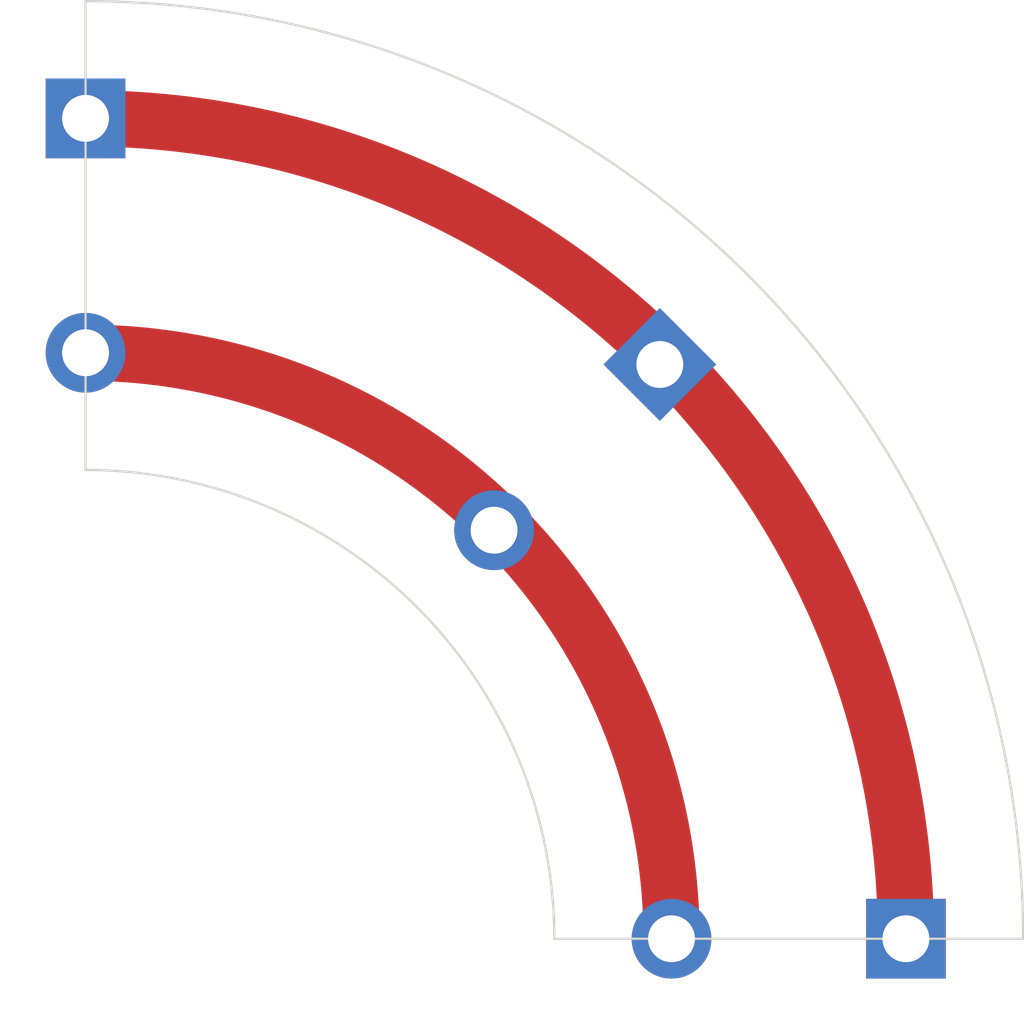
<source format=kicad_pcb>
(kicad_pcb (version 20171130) (host pcbnew "(5.1.2)-1")

  (general
    (thickness 1.6)
    (drawings 6)
    (tracks 0)
    (zones 0)
    (modules 3)
    (nets 3)
  )

  (page A4)
  (layers
    (0 F.Cu signal)
    (31 B.Cu signal)
    (32 B.Adhes user)
    (33 F.Adhes user)
    (34 B.Paste user)
    (35 F.Paste user)
    (36 B.SilkS user)
    (37 F.SilkS user)
    (38 B.Mask user)
    (39 F.Mask user hide)
    (40 Dwgs.User user)
    (41 Cmts.User user)
    (42 Eco1.User user)
    (43 Eco2.User user)
    (44 Edge.Cuts user)
    (45 Margin user)
    (46 B.CrtYd user)
    (47 F.CrtYd user)
    (48 B.Fab user)
    (49 F.Fab user)
  )

  (setup
    (last_trace_width 0.25)
    (user_trace_width 1.2)
    (trace_clearance 0.2)
    (zone_clearance 0.508)
    (zone_45_only yes)
    (trace_min 0.2)
    (via_size 0.8)
    (via_drill 0.4)
    (via_min_size 0.4)
    (via_min_drill 0.3)
    (uvia_size 0.3)
    (uvia_drill 0.1)
    (uvias_allowed no)
    (uvia_min_size 0.2)
    (uvia_min_drill 0.1)
    (edge_width 0.05)
    (segment_width 0.2)
    (pcb_text_width 0.3)
    (pcb_text_size 1.5 1.5)
    (mod_edge_width 0.12)
    (mod_text_size 1 1)
    (mod_text_width 0.15)
    (pad_size 1.524 1.524)
    (pad_drill 0.762)
    (pad_to_mask_clearance 0.051)
    (solder_mask_min_width 0.25)
    (aux_axis_origin 100 150)
    (visible_elements 7FFFFFFF)
    (pcbplotparams
      (layerselection 0x010f0_ffffffff)
      (usegerberextensions true)
      (usegerberattributes false)
      (usegerberadvancedattributes false)
      (creategerberjobfile false)
      (excludeedgelayer true)
      (linewidth 0.100000)
      (plotframeref false)
      (viasonmask false)
      (mode 1)
      (useauxorigin true)
      (hpglpennumber 1)
      (hpglpenspeed 20)
      (hpglpendiameter 15.000000)
      (psnegative false)
      (psa4output false)
      (plotreference false)
      (plotvalue false)
      (plotinvisibletext false)
      (padsonsilk false)
      (subtractmaskfromsilk true)
      (outputformat 1)
      (mirror false)
      (drillshape 0)
      (scaleselection 1)
      (outputdirectory "gerbers/"))
  )

  (net 0 "")
  (net 1 "Net-(J1-Pad2)")
  (net 2 "Net-(J1-Pad1)")

  (net_class Default "This is the default net class."
    (clearance 0.2)
    (trace_width 0.25)
    (via_dia 0.8)
    (via_drill 0.4)
    (uvia_dia 0.3)
    (uvia_drill 0.1)
    (add_net "Net-(J1-Pad1)")
    (add_net "Net-(J1-Pad2)")
  )

  (module 2lane_power_arc_2cm:PinHeader_1x02_P2.54mm_Vertical (layer F.Cu) (tedit 5DD3711F) (tstamp 5DD371A7)
    (at 112.25 137.75 315)
    (descr "Through hole straight pin header, 1x02, 2.54mm pitch, single row")
    (tags "Through hole pin header THT 1x02 2.54mm single row")
    (path /5DD379D4)
    (fp_text reference J2 (at 0 -2.33 135) (layer F.SilkS) hide
      (effects (font (size 1 1) (thickness 0.15)))
    )
    (fp_text value C (at 0 4.87 135) (layer F.Fab)
      (effects (font (size 1 1) (thickness 0.15)))
    )
    (fp_line (start 1.8 -1.8) (end -1.8 -1.8) (layer F.CrtYd) (width 0.05))
    (fp_line (start 1.8 7) (end 1.8 -1.8) (layer F.CrtYd) (width 0.05))
    (fp_line (start -1.8 7) (end 1.8 7) (layer F.CrtYd) (width 0.05))
    (fp_line (start -1.8 -1.8) (end -1.8 7) (layer F.CrtYd) (width 0.05))
    (fp_text user %R (at 0 1.27 90) (layer F.Fab)
      (effects (font (size 1 1) (thickness 0.15)))
    )
    (pad 2 thru_hole oval (at 0 5 315) (size 1.7 1.7) (drill 1) (layers *.Cu *.Mask)
      (net 1 "Net-(J1-Pad2)"))
    (pad 1 thru_hole rect (at 0 0 315) (size 1.7 1.7) (drill 1) (layers *.Cu *.Mask)
      (net 2 "Net-(J1-Pad1)"))
    (model ${KISYS3DMOD}/Connector_PinHeader_2.54mm.3dshapes/PinHeader_1x02_P2.54mm_Vertical.wrl
      (at (xyz 0 0 0))
      (scale (xyz 1 1 1))
      (rotate (xyz 0 0 0))
    )
  )

  (module 2lane_power_arc_2cm:PinHeader_1x02_P2.54mm_Vertical (layer F.Cu) (tedit 5DD3711F) (tstamp 5DD37191)
    (at 100 132.5)
    (descr "Through hole straight pin header, 1x02, 2.54mm pitch, single row")
    (tags "Through hole pin header THT 1x02 2.54mm single row")
    (path /5DD37133)
    (fp_text reference J1 (at 0 -2.33) (layer F.SilkS) hide
      (effects (font (size 1 1) (thickness 0.15)))
    )
    (fp_text value C (at 0 9) (layer F.Fab)
      (effects (font (size 1 1) (thickness 0.15)))
    )
    (fp_line (start 1.8 -1.8) (end -1.8 -1.8) (layer F.CrtYd) (width 0.05))
    (fp_line (start 1.8 7) (end 1.8 -1.8) (layer F.CrtYd) (width 0.05))
    (fp_line (start -1.8 7) (end 1.8 7) (layer F.CrtYd) (width 0.05))
    (fp_line (start -1.8 -1.8) (end -1.8 7) (layer F.CrtYd) (width 0.05))
    (pad 2 thru_hole oval (at 0 5) (size 1.7 1.7) (drill 1) (layers *.Cu *.Mask)
      (net 1 "Net-(J1-Pad2)"))
    (pad 1 thru_hole rect (at 0 0) (size 1.7 1.7) (drill 1) (layers *.Cu *.Mask)
      (net 2 "Net-(J1-Pad1)"))
    (model ${KISYS3DMOD}/Connector_PinHeader_2.54mm.3dshapes/PinHeader_1x02_P2.54mm_Vertical.wrl
      (at (xyz 0 0 0))
      (scale (xyz 1 1 1))
      (rotate (xyz 0 0 0))
    )
  )

  (module 2lane_power_arc_2cm:PinHeader_1x02_P2.54mm_Vertical (layer F.Cu) (tedit 5DD3711F) (tstamp 5DD371BD)
    (at 117.5 150 270)
    (descr "Through hole straight pin header, 1x02, 2.54mm pitch, single row")
    (tags "Through hole pin header THT 1x02 2.54mm single row")
    (path /5DD37D68)
    (fp_text reference J3 (at 0 -2.33 90) (layer F.SilkS) hide
      (effects (font (size 1 1) (thickness 0.15)))
    )
    (fp_text value C (at 0 4.87 90) (layer F.Fab)
      (effects (font (size 1 1) (thickness 0.15)))
    )
    (fp_line (start 1.8 -1.8) (end -1.8 -1.8) (layer F.CrtYd) (width 0.05))
    (fp_line (start 1.8 7) (end 1.8 -1.8) (layer F.CrtYd) (width 0.05))
    (fp_line (start -1.8 7) (end 1.8 7) (layer F.CrtYd) (width 0.05))
    (fp_line (start -1.8 -1.8) (end -1.8 7) (layer F.CrtYd) (width 0.05))
    (fp_text user %R (at 0 1.27 90) (layer F.Fab)
      (effects (font (size 1 1) (thickness 0.15)))
    )
    (pad 2 thru_hole oval (at 0 5 270) (size 1.7 1.7) (drill 1) (layers *.Cu *.Mask)
      (net 1 "Net-(J1-Pad2)"))
    (pad 1 thru_hole rect (at 0 0 270) (size 1.7 1.7) (drill 1) (layers *.Cu *.Mask)
      (net 2 "Net-(J1-Pad1)"))
    (model ${KISYS3DMOD}/Connector_PinHeader_2.54mm.3dshapes/PinHeader_1x02_P2.54mm_Vertical.wrl
      (at (xyz 0 0 0))
      (scale (xyz 1 1 1))
      (rotate (xyz 0 0 0))
    )
  )

  (gr_arc (start 100 150) (end 100 132.5) (angle 90) (layer F.Cu) (width 1.2))
  (gr_arc (start 100 150) (end 100 137.5) (angle 90) (layer F.Cu) (width 1.2))
  (gr_line (start 110 150) (end 120 150) (layer Edge.Cuts) (width 0.05) (tstamp 5DD1F161))
  (gr_line (start 100 130) (end 100 140) (layer Edge.Cuts) (width 0.05) (tstamp 5DD1F160))
  (gr_arc (start 100 150) (end 120 150) (angle -90) (layer Edge.Cuts) (width 0.05))
  (gr_arc (start 100 150) (end 110 150) (angle -90) (layer Edge.Cuts) (width 0.05))

  (zone (net 0) (net_name "") (layer F.Mask) (tstamp 5DD368E3) (hatch edge 0.508)
    (connect_pads (clearance 0.508))
    (min_thickness 0.254)
    (fill yes (arc_segments 32) (thermal_gap 0.508) (thermal_bridge_width 0.508))
    (polygon
      (pts
        (xy 100 130) (xy 100 150) (xy 120 150) (xy 120 130)
      )
    )
    (filled_polygon
      (pts
        (xy 102.684665 130.181005) (xy 103.571138 130.321408) (xy 104.450419 130.501442) (xy 105.320737 130.720743) (xy 106.18034 130.97887)
        (xy 107.027496 131.275303) (xy 107.860501 131.609445) (xy 108.677675 131.980623) (xy 109.477373 132.388089) (xy 110.257986 132.831024)
        (xy 111.01794 133.308535) (xy 111.755705 133.81966) (xy 112.469796 134.36337) (xy 113.158775 134.938571) (xy 113.821253 135.544103)
        (xy 114.455897 136.178747) (xy 115.061429 136.841225) (xy 115.63663 137.530204) (xy 116.18034 138.244295) (xy 116.691465 138.98206)
        (xy 117.168976 139.742014) (xy 117.611911 140.522627) (xy 118.019377 141.322325) (xy 118.390555 142.139499) (xy 118.724697 142.972504)
        (xy 119.02113 143.81966) (xy 119.279257 144.679263) (xy 119.498558 145.549581) (xy 119.678592 146.428862) (xy 119.818995 147.315335)
        (xy 119.873 147.794641) (xy 119.873 149.873) (xy 109.996009 149.873) (xy 109.980267 149.372095) (xy 109.921147 148.746668)
        (xy 109.822873 148.126187) (xy 109.685832 147.513101) (xy 109.510565 146.90983) (xy 109.297765 146.318754) (xy 109.048271 145.742207)
        (xy 108.763067 145.182463) (xy 108.443279 144.641732) (xy 108.09017 144.122147) (xy 107.705132 143.62576) (xy 107.289686 143.154529)
        (xy 106.845471 142.710314) (xy 106.37424 142.294868) (xy 105.877853 141.90983) (xy 105.358268 141.556721) (xy 104.817537 141.236933)
        (xy 104.257793 140.951729) (xy 103.681246 140.702235) (xy 103.09017 140.489435) (xy 102.486899 140.314168) (xy 101.873813 140.177127)
        (xy 101.253332 140.078853) (xy 100.627905 140.019733) (xy 100.127 140.003991) (xy 100.127 130.127) (xy 102.205359 130.127)
      )
    )
  )
)

</source>
